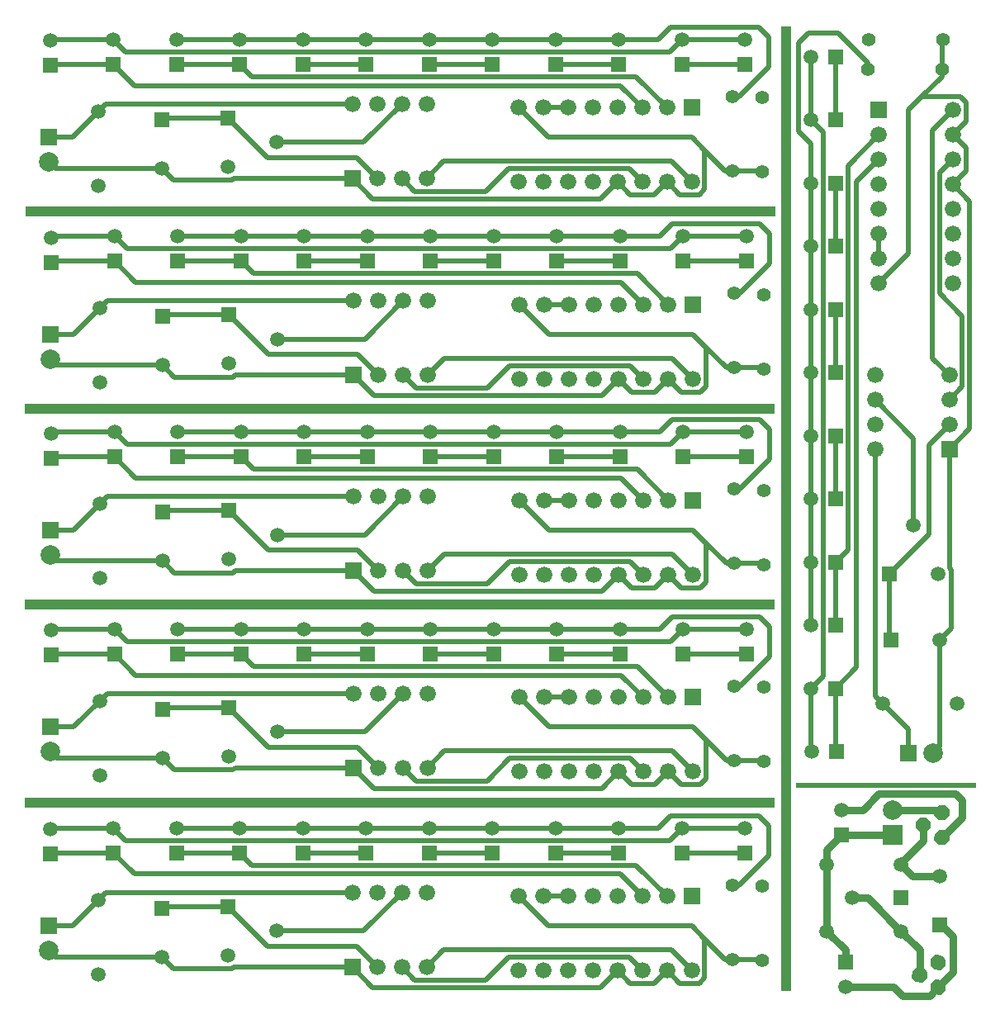
<source format=gbl>
G04 Layer_Physical_Order=2*
G04 Layer_Color=16711680*
%FSLAX25Y25*%
%MOIN*%
G70*
G01*
G75*
%ADD10C,0.03000*%
%ADD11C,0.02000*%
%ADD12R,0.72835X0.01968*%
%ADD13R,0.05905X0.05905*%
%ADD14C,0.05905*%
%ADD15R,0.05905X0.05905*%
%ADD16C,0.07874*%
%ADD17R,0.07874X0.07874*%
%ADD18R,3.03150X0.03937*%
%ADD19C,0.06600*%
%ADD20R,0.06600X0.06600*%
%ADD21R,0.07087X0.07087*%
%ADD22C,0.05512*%
%ADD23C,0.05937*%
%ADD24R,0.05937X0.05937*%
%ADD25R,0.03937X3.89764*%
%ADD26R,0.06600X0.06600*%
%ADD27R,0.07087X0.07087*%
%ADD28R,0.05937X0.05937*%
G36*
X374895Y81928D02*
X376601Y80066D01*
X376491Y77542D01*
X374629Y75836D01*
X372105Y75946D01*
X370399Y77808D01*
X370509Y80332D01*
X372371Y82038D01*
X374895Y81928D01*
D02*
G37*
G36*
X367395Y76928D02*
X369101Y75066D01*
X368991Y72542D01*
X367129Y70836D01*
X364605Y70946D01*
X362899Y72808D01*
X363009Y75332D01*
X364871Y77038D01*
X367395Y76928D01*
D02*
G37*
G36*
X374895Y71928D02*
X376601Y70066D01*
X376491Y67542D01*
X374629Y65836D01*
X372105Y65946D01*
X370399Y67808D01*
X370509Y70332D01*
X372371Y72038D01*
X374895Y71928D01*
D02*
G37*
G36*
X373395Y21428D02*
X375101Y19566D01*
X374991Y17042D01*
X373129Y15336D01*
X370605Y15446D01*
X368899Y17308D01*
X369009Y19832D01*
X370871Y21538D01*
X373395Y21428D01*
D02*
G37*
G36*
X365895Y16428D02*
X367601Y14566D01*
X367491Y12042D01*
X365629Y10336D01*
X363105Y10446D01*
X361399Y12308D01*
X361509Y14832D01*
X363371Y16538D01*
X365895Y16428D01*
D02*
G37*
G36*
X373395Y11428D02*
X375101Y9566D01*
X374991Y7042D01*
X373129Y5336D01*
X370605Y5446D01*
X368899Y7308D01*
X369009Y9832D01*
X370871Y11538D01*
X373395Y11428D01*
D02*
G37*
D10*
X378937Y86500D02*
X381500Y83937D01*
X348063Y86500D02*
X378937D01*
X341500Y79937D02*
X348063Y86500D01*
X381500Y76937D02*
Y83937D01*
X327000Y30937D02*
Y57937D01*
Y63937D01*
X333000Y69937D01*
X337158Y44437D02*
X343500D01*
X357000Y30937D01*
X334500Y8437D02*
X354000D01*
X357500Y4937D01*
X368500D01*
X372000Y8437D01*
X364500Y13437D02*
Y23437D01*
X357000Y30937D02*
X364500Y23437D01*
X372000Y8437D02*
X378000Y14437D01*
Y28937D01*
X373342Y33595D02*
X378000Y28937D01*
X372500Y33595D02*
X373342D01*
X361658Y53280D02*
X372500D01*
X357000Y57937D02*
X361658Y53280D01*
X333000Y79937D02*
X341500D01*
X373500Y68937D02*
X381500Y76937D01*
X357000Y57937D02*
Y58437D01*
X366000Y67437D01*
Y73937D01*
X333000Y69937D02*
X353500D01*
Y79937D02*
X372500D01*
X373500Y78937D01*
X327000Y30937D02*
X334500Y23437D01*
Y18437D02*
Y23437D01*
D11*
X339100Y137600D02*
Y333600D01*
X330500Y129000D02*
X339100Y137600D01*
Y333600D02*
X348000Y342500D01*
X373500Y390500D02*
X374000Y391000D01*
X373500Y379000D02*
Y390500D01*
X365300Y367800D02*
X373500Y376000D01*
Y379000D01*
X319500Y393500D02*
X331500D01*
X315500Y389500D02*
X319500Y393500D01*
X315500Y354000D02*
Y389500D01*
X331500Y393500D02*
X343500Y381500D01*
Y379000D02*
Y381500D01*
X352157Y149158D02*
X352815Y148500D01*
X378000Y352500D02*
X383300Y357800D01*
X330500Y104000D02*
X331000Y103500D01*
X330500Y104000D02*
Y129000D01*
X320500Y104000D02*
X321000Y103500D01*
X315500Y354000D02*
X320500Y349000D01*
Y333000D02*
Y349000D01*
X383300Y357800D02*
Y365500D01*
Y337800D02*
Y347200D01*
X320500Y358500D02*
X325500Y353500D01*
Y134000D02*
Y353500D01*
X320500Y129000D02*
X325500Y134000D01*
X376500Y177700D02*
Y225500D01*
Y177700D02*
X377300Y176900D01*
Y153300D02*
Y176900D01*
X372500Y148500D02*
X377300Y153300D01*
X372500Y105500D02*
Y148500D01*
X370000Y103000D02*
X372500Y105500D01*
X376500Y245500D02*
X381800Y250800D01*
Y279400D01*
X372700Y288500D02*
X381800Y279400D01*
X372700Y288500D02*
Y337200D01*
X378000Y342500D01*
X362000Y194843D02*
Y230000D01*
X346500Y245500D02*
X362000Y230000D01*
X348000Y292500D02*
X360000Y304500D01*
Y362500D01*
X365300Y367800D01*
X381000D01*
X383300Y365500D01*
X376500Y225500D02*
X384800Y233800D01*
Y325700D01*
X378000Y332500D02*
X384800Y325700D01*
X335500Y340000D02*
X348000Y352500D01*
X335500Y185000D02*
Y340000D01*
X330500Y180000D02*
X335500Y185000D01*
X360000Y103000D02*
Y112500D01*
X349500Y123000D02*
X360000Y112500D01*
X352157Y175157D02*
X368200Y191200D01*
Y227200D01*
X376500Y235500D01*
X346500Y126000D02*
Y225500D01*
Y126000D02*
X349500Y123000D01*
X378000Y352500D02*
X383300Y347200D01*
X378000Y332500D02*
X383300Y337800D01*
X369700Y354200D02*
X378000Y362500D01*
X369700Y262300D02*
Y354200D01*
Y262300D02*
X376500Y255500D01*
X320500Y358500D02*
Y384000D01*
Y104000D02*
Y129000D01*
X330500Y154500D02*
Y180000D01*
X320500Y154500D02*
Y180000D01*
Y307500D02*
Y333000D01*
Y180000D02*
Y205500D01*
Y282000D02*
Y307500D01*
Y256500D02*
Y282000D01*
Y205500D02*
Y231000D01*
Y256500D01*
X330500Y205500D02*
Y231000D01*
X348000Y302500D02*
Y312500D01*
X330500Y256500D02*
Y282000D01*
Y307500D02*
Y333000D01*
X352157Y149158D02*
Y175157D01*
X330500Y358500D02*
Y384000D01*
X48100Y134400D02*
X244100D01*
X39500Y143000D02*
X48100Y134400D01*
X244100D02*
X253000Y125500D01*
X301000Y100000D02*
X301500Y99500D01*
X289500Y100000D02*
X301000D01*
X278300Y108200D02*
X286500Y100000D01*
X289500D01*
X304000Y142000D02*
Y154000D01*
X300000Y158000D02*
X304000Y154000D01*
X264500Y158000D02*
X300000D01*
X292000Y130000D02*
X304000Y142000D01*
X289500Y130000D02*
X292000D01*
X59000Y120685D02*
X59658Y121343D01*
X263000Y95500D02*
X268300Y90200D01*
X14000Y142500D02*
X14500Y143000D01*
X39500D01*
X14000Y152500D02*
X14500Y153000D01*
X259500D02*
X264500Y158000D01*
X243500Y153000D02*
X259500D01*
X268300Y90200D02*
X276000D01*
X248300D02*
X257700D01*
X264000Y148000D02*
X269000Y153000D01*
X44500Y148000D02*
X264000D01*
X39500Y153000D02*
X44500Y148000D01*
X88200Y97000D02*
X136000D01*
X87400Y96200D02*
X88200Y97000D01*
X63800Y96200D02*
X87400D01*
X59000Y101000D02*
X63800Y96200D01*
X16000Y101000D02*
X59000D01*
X13500Y103500D02*
X16000Y101000D01*
X156000Y97000D02*
X161300Y91700D01*
X189900D01*
X199000Y100800D01*
X247700D01*
X253000Y95500D01*
X105343Y111500D02*
X140500D01*
X156000Y127000D01*
X203000Y125500D02*
X215000Y113500D01*
X273000D01*
X278300Y108200D01*
Y92500D02*
Y108200D01*
X276000Y90200D02*
X278300Y92500D01*
X136000Y97000D02*
X144300Y88700D01*
X236200D01*
X243000Y95500D01*
X250500Y138000D02*
X263000Y125500D01*
X95500Y138000D02*
X250500D01*
X90500Y143000D02*
X95500Y138000D01*
X13500Y113500D02*
X23000D01*
X33500Y124000D01*
X85657Y121343D02*
X101700Y105300D01*
X137700D01*
X146000Y97000D01*
X36500Y127000D02*
X136000D01*
X33500Y124000D02*
X36500Y127000D01*
X257700Y90200D02*
X263000Y95500D01*
X243000D02*
X248300Y90200D01*
X264700Y103800D02*
X273000Y95500D01*
X172800Y103800D02*
X264700D01*
X166000Y97000D02*
X172800Y103800D01*
X269000Y153000D02*
X294500D01*
X14500D02*
X39500D01*
X65000Y143000D02*
X90500D01*
X65000Y153000D02*
X90500D01*
X218000D02*
X243500D01*
X90500D02*
X116000D01*
X192500D02*
X218000D01*
X167000D02*
X192500D01*
X116000D02*
X141500D01*
X167000D01*
X116000Y143000D02*
X141500D01*
X213000Y125500D02*
X223000D01*
X167000Y143000D02*
X192500D01*
X218000D02*
X243500D01*
X59658Y121343D02*
X85657D01*
X269000Y143000D02*
X294500D01*
X48100Y213900D02*
X244100D01*
X39500Y222500D02*
X48100Y213900D01*
X244100D02*
X253000Y205000D01*
X301000Y179500D02*
X301500Y179000D01*
X289500Y179500D02*
X301000D01*
X278300Y187700D02*
X286500Y179500D01*
X289500D01*
X304000Y221500D02*
Y233500D01*
X300000Y237500D02*
X304000Y233500D01*
X264500Y237500D02*
X300000D01*
X292000Y209500D02*
X304000Y221500D01*
X289500Y209500D02*
X292000D01*
X59000Y200185D02*
X59658Y200843D01*
X263000Y175000D02*
X268300Y169700D01*
X14000Y222000D02*
X14500Y222500D01*
X39500D01*
X14000Y232000D02*
X14500Y232500D01*
X259500D02*
X264500Y237500D01*
X243500Y232500D02*
X259500D01*
X268300Y169700D02*
X276000D01*
X248300D02*
X257700D01*
X264000Y227500D02*
X269000Y232500D01*
X44500Y227500D02*
X264000D01*
X39500Y232500D02*
X44500Y227500D01*
X88200Y176500D02*
X136000D01*
X87400Y175700D02*
X88200Y176500D01*
X63800Y175700D02*
X87400D01*
X59000Y180500D02*
X63800Y175700D01*
X16000Y180500D02*
X59000D01*
X13500Y183000D02*
X16000Y180500D01*
X156000Y176500D02*
X161300Y171200D01*
X189900D01*
X199000Y180300D01*
X247700D01*
X253000Y175000D01*
X105343Y191000D02*
X140500D01*
X156000Y206500D01*
X203000Y205000D02*
X215000Y193000D01*
X273000D01*
X278300Y187700D01*
Y172000D02*
Y187700D01*
X276000Y169700D02*
X278300Y172000D01*
X136000Y176500D02*
X144300Y168200D01*
X236200D01*
X243000Y175000D01*
X250500Y217500D02*
X263000Y205000D01*
X95500Y217500D02*
X250500D01*
X90500Y222500D02*
X95500Y217500D01*
X13500Y193000D02*
X23000D01*
X33500Y203500D01*
X85657Y200843D02*
X101700Y184800D01*
X137700D01*
X146000Y176500D01*
X36500Y206500D02*
X136000D01*
X33500Y203500D02*
X36500Y206500D01*
X257700Y169700D02*
X263000Y175000D01*
X243000D02*
X248300Y169700D01*
X264700Y183300D02*
X273000Y175000D01*
X172800Y183300D02*
X264700D01*
X166000Y176500D02*
X172800Y183300D01*
X269000Y232500D02*
X294500D01*
X14500D02*
X39500D01*
X65000Y222500D02*
X90500D01*
X65000Y232500D02*
X90500D01*
X218000D02*
X243500D01*
X90500D02*
X116000D01*
X192500D02*
X218000D01*
X167000D02*
X192500D01*
X116000D02*
X141500D01*
X167000D01*
X116000Y222500D02*
X141500D01*
X213000Y205000D02*
X223000D01*
X167000Y222500D02*
X192500D01*
X218000D02*
X243500D01*
X59658Y200843D02*
X85657D01*
X269000Y222500D02*
X294500D01*
X48100Y292900D02*
X244100D01*
X39500Y301500D02*
X48100Y292900D01*
X244100D02*
X253000Y284000D01*
X301000Y258500D02*
X301500Y258000D01*
X289500Y258500D02*
X301000D01*
X278300Y266700D02*
X286500Y258500D01*
X289500D01*
X304000Y300500D02*
Y312500D01*
X300000Y316500D02*
X304000Y312500D01*
X264500Y316500D02*
X300000D01*
X292000Y288500D02*
X304000Y300500D01*
X289500Y288500D02*
X292000D01*
X59000Y279185D02*
X59658Y279843D01*
X263000Y254000D02*
X268300Y248700D01*
X14000Y301000D02*
X14500Y301500D01*
X39500D01*
X14000Y311000D02*
X14500Y311500D01*
X259500D02*
X264500Y316500D01*
X243500Y311500D02*
X259500D01*
X268300Y248700D02*
X276000D01*
X248300D02*
X257700D01*
X264000Y306500D02*
X269000Y311500D01*
X44500Y306500D02*
X264000D01*
X39500Y311500D02*
X44500Y306500D01*
X88200Y255500D02*
X136000D01*
X87400Y254700D02*
X88200Y255500D01*
X63800Y254700D02*
X87400D01*
X59000Y259500D02*
X63800Y254700D01*
X16000Y259500D02*
X59000D01*
X13500Y262000D02*
X16000Y259500D01*
X156000Y255500D02*
X161300Y250200D01*
X189900D01*
X199000Y259300D01*
X247700D01*
X253000Y254000D01*
X105343Y270000D02*
X140500D01*
X156000Y285500D01*
X203000Y284000D02*
X215000Y272000D01*
X273000D01*
X278300Y266700D01*
Y251000D02*
Y266700D01*
X276000Y248700D02*
X278300Y251000D01*
X136000Y255500D02*
X144300Y247200D01*
X236200D01*
X243000Y254000D01*
X250500Y296500D02*
X263000Y284000D01*
X95500Y296500D02*
X250500D01*
X90500Y301500D02*
X95500Y296500D01*
X13500Y272000D02*
X23000D01*
X33500Y282500D01*
X85657Y279843D02*
X101700Y263800D01*
X137700D01*
X146000Y255500D01*
X36500Y285500D02*
X136000D01*
X33500Y282500D02*
X36500Y285500D01*
X257700Y248700D02*
X263000Y254000D01*
X243000D02*
X248300Y248700D01*
X264700Y262300D02*
X273000Y254000D01*
X172800Y262300D02*
X264700D01*
X166000Y255500D02*
X172800Y262300D01*
X269000Y311500D02*
X294500D01*
X14500D02*
X39500D01*
X65000Y301500D02*
X90500D01*
X65000Y311500D02*
X90500D01*
X218000D02*
X243500D01*
X90500D02*
X116000D01*
X192500D02*
X218000D01*
X167000D02*
X192500D01*
X116000D02*
X141500D01*
X167000D01*
X116000Y301500D02*
X141500D01*
X213000Y284000D02*
X223000D01*
X167000Y301500D02*
X192500D01*
X218000D02*
X243500D01*
X59658Y279843D02*
X85657D01*
X269000Y301500D02*
X294500D01*
X47600Y372400D02*
X243600D01*
X39000Y381000D02*
X47600Y372400D01*
X243600D02*
X252500Y363500D01*
X300500Y338000D02*
X301000Y337500D01*
X289000Y338000D02*
X300500D01*
X277800Y346200D02*
X286000Y338000D01*
X289000D01*
X303500Y380000D02*
Y392000D01*
X299500Y396000D02*
X303500Y392000D01*
X264000Y396000D02*
X299500D01*
X291500Y368000D02*
X303500Y380000D01*
X289000Y368000D02*
X291500D01*
X58500Y358685D02*
X59158Y359343D01*
X262500Y333500D02*
X267800Y328200D01*
X13500Y380500D02*
X14000Y381000D01*
X39000D01*
X13500Y390500D02*
X14000Y391000D01*
X259000D02*
X264000Y396000D01*
X243000Y391000D02*
X259000D01*
X267800Y328200D02*
X275500D01*
X247800D02*
X257200D01*
X263500Y386000D02*
X268500Y391000D01*
X44000Y386000D02*
X263500D01*
X39000Y391000D02*
X44000Y386000D01*
X87700Y335000D02*
X135500D01*
X86900Y334200D02*
X87700Y335000D01*
X63300Y334200D02*
X86900D01*
X58500Y339000D02*
X63300Y334200D01*
X15500Y339000D02*
X58500D01*
X13000Y341500D02*
X15500Y339000D01*
X155500Y335000D02*
X160800Y329700D01*
X189400D01*
X198500Y338800D01*
X247200D01*
X252500Y333500D01*
X104843Y349500D02*
X140000D01*
X155500Y365000D01*
X202500Y363500D02*
X214500Y351500D01*
X272500D01*
X277800Y346200D01*
Y330500D02*
Y346200D01*
X275500Y328200D02*
X277800Y330500D01*
X135500Y335000D02*
X143800Y326700D01*
X235700D01*
X242500Y333500D01*
X250000Y376000D02*
X262500Y363500D01*
X95000Y376000D02*
X250000D01*
X90000Y381000D02*
X95000Y376000D01*
X13000Y351500D02*
X22500D01*
X33000Y362000D01*
X85157Y359343D02*
X101200Y343300D01*
X137200D01*
X145500Y335000D01*
X36000Y365000D02*
X135500D01*
X33000Y362000D02*
X36000Y365000D01*
X257200Y328200D02*
X262500Y333500D01*
X242500D02*
X247800Y328200D01*
X264200Y341800D02*
X272500Y333500D01*
X172300Y341800D02*
X264200D01*
X165500Y335000D02*
X172300Y341800D01*
X268500Y391000D02*
X294000D01*
X14000D02*
X39000D01*
X64500Y381000D02*
X90000D01*
X64500Y391000D02*
X90000D01*
X217500D02*
X243000D01*
X90000D02*
X115500D01*
X192000D02*
X217500D01*
X166500D02*
X192000D01*
X115500D02*
X141000D01*
X166500D01*
X115500Y381000D02*
X141000D01*
X212500Y363500D02*
X222500D01*
X166500Y381000D02*
X192000D01*
X217500D02*
X243000D01*
X59158Y359343D02*
X85157D01*
X268500Y381000D02*
X294000D01*
X268500Y62728D02*
X294000D01*
X59158Y41071D02*
X85157D01*
X217500Y62728D02*
X243000D01*
X166500D02*
X192000D01*
X212500Y45228D02*
X222500D01*
X115500Y62728D02*
X141000D01*
Y72728D02*
X166500D01*
X115500D02*
X141000D01*
X166500D02*
X192000D01*
X217500D01*
X90000D02*
X115500D01*
X217500D02*
X243000D01*
X64500D02*
X90000D01*
X64500Y62728D02*
X90000D01*
X14000Y72728D02*
X39000D01*
X268500D02*
X294000D01*
X165500Y16728D02*
X172300Y23528D01*
X264200D01*
X272500Y15228D01*
X242500D02*
X247800Y9928D01*
X257200D02*
X262500Y15228D01*
X33000Y43728D02*
X36000Y46728D01*
X135500D01*
X137200Y25028D02*
X145500Y16728D01*
X101200Y25028D02*
X137200D01*
X85157Y41071D02*
X101200Y25028D01*
X22500Y33228D02*
X33000Y43728D01*
X13000Y33228D02*
X22500D01*
X90000Y62728D02*
X95000Y57728D01*
X250000D01*
X262500Y45228D01*
X235700Y8428D02*
X242500Y15228D01*
X143800Y8428D02*
X235700D01*
X135500Y16728D02*
X143800Y8428D01*
X275500Y9928D02*
X277800Y12228D01*
Y27928D01*
X272500Y33228D02*
X277800Y27928D01*
X214500Y33228D02*
X272500D01*
X202500Y45228D02*
X214500Y33228D01*
X140000Y31228D02*
X155500Y46728D01*
X104843Y31228D02*
X140000D01*
X247200Y20528D02*
X252500Y15228D01*
X198500Y20528D02*
X247200D01*
X189400Y11428D02*
X198500Y20528D01*
X160800Y11428D02*
X189400D01*
X155500Y16728D02*
X160800Y11428D01*
X13000Y23228D02*
X15500Y20728D01*
X58500D01*
X63300Y15928D01*
X86900D01*
X87700Y16728D01*
X135500D01*
X39000Y72728D02*
X44000Y67728D01*
X263500D01*
X268500Y72728D01*
X247800Y9928D02*
X257200D01*
X267800D02*
X275500D01*
X243000Y72728D02*
X259000D01*
X264000Y77728D01*
X13500Y72228D02*
X14000Y72728D01*
Y62728D02*
X39000D01*
X13500Y62228D02*
X14000Y62728D01*
X262500Y15228D02*
X267800Y9928D01*
X58500Y40413D02*
X59158Y41071D01*
X289000Y49728D02*
X291500D01*
X303500Y61728D01*
X264000Y77728D02*
X299500D01*
X303500Y73728D01*
Y61728D02*
Y73728D01*
X286000Y19728D02*
X289000D01*
X277800Y27928D02*
X286000Y19728D01*
X289000D02*
X300500D01*
X301000Y19228D01*
X243600Y54128D02*
X252500Y45228D01*
X39000Y62728D02*
X47600Y54128D01*
X243600D01*
D12*
X351000Y90000D02*
D03*
D13*
X372500Y33595D02*
D03*
X334500Y18437D02*
D03*
X333000Y69937D02*
D03*
X294500Y143000D02*
D03*
X269000D02*
D03*
X59000Y120685D02*
D03*
X243500Y143000D02*
D03*
X218000D02*
D03*
X192500D02*
D03*
X167000D02*
D03*
X141500D02*
D03*
X116000D02*
D03*
X90500D02*
D03*
X65000D02*
D03*
X39500D02*
D03*
X14000Y142500D02*
D03*
X294500Y222500D02*
D03*
X269000D02*
D03*
X59000Y200185D02*
D03*
X243500Y222500D02*
D03*
X218000D02*
D03*
X192500D02*
D03*
X167000D02*
D03*
X141500D02*
D03*
X116000D02*
D03*
X90500D02*
D03*
X65000D02*
D03*
X39500D02*
D03*
X14000Y222000D02*
D03*
X294500Y301500D02*
D03*
X269000D02*
D03*
X59000Y279185D02*
D03*
X243500Y301500D02*
D03*
X218000D02*
D03*
X192500D02*
D03*
X167000D02*
D03*
X141500D02*
D03*
X116000D02*
D03*
X90500D02*
D03*
X65000D02*
D03*
X39500D02*
D03*
X14000Y301000D02*
D03*
X294000Y381000D02*
D03*
X268500D02*
D03*
X58500Y358685D02*
D03*
X243000Y381000D02*
D03*
X217500D02*
D03*
X192000D02*
D03*
X166500D02*
D03*
X141000D02*
D03*
X115500D02*
D03*
X90000D02*
D03*
X64500D02*
D03*
X39000D02*
D03*
X13500Y380500D02*
D03*
X294000Y62728D02*
D03*
X268500D02*
D03*
X243000D02*
D03*
X217500D02*
D03*
X192000D02*
D03*
X166500D02*
D03*
X141000D02*
D03*
X115500D02*
D03*
X90000D02*
D03*
X64500D02*
D03*
X39000D02*
D03*
X13500Y62228D02*
D03*
X58500Y40413D02*
D03*
D14*
X372500Y53280D02*
D03*
X337158Y44437D02*
D03*
X334500Y8437D02*
D03*
X333000Y79937D02*
D03*
X372000Y8437D02*
D03*
X364500Y13437D02*
D03*
X372000Y18437D02*
D03*
X373500Y68937D02*
D03*
X366000Y73937D02*
D03*
X373500Y78937D02*
D03*
X357000Y30937D02*
D03*
X327000D02*
D03*
X357000Y57937D02*
D03*
X327000D02*
D03*
X320500Y384000D02*
D03*
Y358500D02*
D03*
X372500Y148500D02*
D03*
X320500Y333000D02*
D03*
X379500Y123000D02*
D03*
X349500D02*
D03*
X320500Y307500D02*
D03*
Y282000D02*
D03*
Y256500D02*
D03*
Y231000D02*
D03*
Y205500D02*
D03*
Y180000D02*
D03*
Y154500D02*
D03*
Y129000D02*
D03*
X321000Y103500D02*
D03*
X294500Y153000D02*
D03*
X269000D02*
D03*
X59000Y101000D02*
D03*
X243500Y153000D02*
D03*
X33500Y94000D02*
D03*
Y124000D02*
D03*
X218000Y153000D02*
D03*
X192500D02*
D03*
X167000D02*
D03*
X141500D02*
D03*
X116000D02*
D03*
X90500D02*
D03*
X65000D02*
D03*
X39500D02*
D03*
X14000Y152500D02*
D03*
X294500Y232500D02*
D03*
X269000D02*
D03*
X59000Y180500D02*
D03*
X243500Y232500D02*
D03*
X33500Y173500D02*
D03*
Y203500D02*
D03*
X218000Y232500D02*
D03*
X192500D02*
D03*
X167000D02*
D03*
X141500D02*
D03*
X116000D02*
D03*
X90500D02*
D03*
X65000D02*
D03*
X39500D02*
D03*
X14000Y232000D02*
D03*
X294500Y311500D02*
D03*
X269000D02*
D03*
X59000Y259500D02*
D03*
X243500Y311500D02*
D03*
X33500Y252500D02*
D03*
Y282500D02*
D03*
X218000Y311500D02*
D03*
X192500D02*
D03*
X167000D02*
D03*
X141500D02*
D03*
X116000D02*
D03*
X90500D02*
D03*
X65000D02*
D03*
X39500D02*
D03*
X14000Y311000D02*
D03*
X294000Y391000D02*
D03*
X268500D02*
D03*
X58500Y339000D02*
D03*
X243000Y391000D02*
D03*
X33000Y332000D02*
D03*
Y362000D02*
D03*
X217500Y391000D02*
D03*
X192000D02*
D03*
X166500D02*
D03*
X141000D02*
D03*
X115500D02*
D03*
X90000D02*
D03*
X64500D02*
D03*
X39000D02*
D03*
X13500Y390500D02*
D03*
X294000Y72728D02*
D03*
X268500D02*
D03*
X243000D02*
D03*
X217500D02*
D03*
X192000D02*
D03*
X166500D02*
D03*
X141000D02*
D03*
X115500D02*
D03*
X90000D02*
D03*
X64500D02*
D03*
X39000D02*
D03*
X13500Y72228D02*
D03*
X33000Y13728D02*
D03*
Y43728D02*
D03*
X58500Y20728D02*
D03*
D15*
X356842Y44437D02*
D03*
X330500Y384000D02*
D03*
Y358500D02*
D03*
X352815Y148500D02*
D03*
X330500Y333000D02*
D03*
Y307500D02*
D03*
Y282000D02*
D03*
Y256500D02*
D03*
Y231000D02*
D03*
Y205500D02*
D03*
Y180000D02*
D03*
Y154500D02*
D03*
Y129000D02*
D03*
X331000Y103500D02*
D03*
D16*
X353500Y79937D02*
D03*
X370000Y103000D02*
D03*
X13500Y103500D02*
D03*
Y183000D02*
D03*
Y262000D02*
D03*
X13000Y341500D02*
D03*
Y23228D02*
D03*
D17*
X353500Y69937D02*
D03*
D18*
X154500Y83000D02*
D03*
Y163000D02*
D03*
Y242000D02*
D03*
X155000Y321500D02*
D03*
D19*
X346500Y225500D02*
D03*
Y235500D02*
D03*
Y245500D02*
D03*
Y255500D02*
D03*
X376500D02*
D03*
Y245500D02*
D03*
Y235500D02*
D03*
X378000Y362500D02*
D03*
Y352500D02*
D03*
Y342500D02*
D03*
Y332500D02*
D03*
Y322500D02*
D03*
Y312500D02*
D03*
Y302500D02*
D03*
Y292500D02*
D03*
X348000D02*
D03*
Y302500D02*
D03*
Y312500D02*
D03*
Y322500D02*
D03*
Y332500D02*
D03*
Y342500D02*
D03*
Y352500D02*
D03*
X136000Y127000D02*
D03*
X146000D02*
D03*
X156000D02*
D03*
X166000D02*
D03*
Y97000D02*
D03*
X156000D02*
D03*
X146000D02*
D03*
X273000Y95500D02*
D03*
X263000D02*
D03*
X253000D02*
D03*
X243000D02*
D03*
X233000D02*
D03*
X223000D02*
D03*
X213000D02*
D03*
X203000D02*
D03*
Y125500D02*
D03*
X213000D02*
D03*
X223000D02*
D03*
X233000D02*
D03*
X243000D02*
D03*
X253000D02*
D03*
X263000D02*
D03*
X136000Y206500D02*
D03*
X146000D02*
D03*
X156000D02*
D03*
X166000D02*
D03*
Y176500D02*
D03*
X156000D02*
D03*
X146000D02*
D03*
X273000Y175000D02*
D03*
X263000D02*
D03*
X253000D02*
D03*
X243000D02*
D03*
X233000D02*
D03*
X223000D02*
D03*
X213000D02*
D03*
X203000D02*
D03*
Y205000D02*
D03*
X213000D02*
D03*
X223000D02*
D03*
X233000D02*
D03*
X243000D02*
D03*
X253000D02*
D03*
X263000D02*
D03*
X136000Y285500D02*
D03*
X146000D02*
D03*
X156000D02*
D03*
X166000D02*
D03*
Y255500D02*
D03*
X156000D02*
D03*
X146000D02*
D03*
X273000Y254000D02*
D03*
X263000D02*
D03*
X253000D02*
D03*
X243000D02*
D03*
X233000D02*
D03*
X223000D02*
D03*
X213000D02*
D03*
X203000D02*
D03*
Y284000D02*
D03*
X213000D02*
D03*
X223000D02*
D03*
X233000D02*
D03*
X243000D02*
D03*
X253000D02*
D03*
X263000D02*
D03*
X135500Y365000D02*
D03*
X145500D02*
D03*
X155500D02*
D03*
X165500D02*
D03*
Y335000D02*
D03*
X155500D02*
D03*
X145500D02*
D03*
X272500Y333500D02*
D03*
X262500D02*
D03*
X252500D02*
D03*
X242500D02*
D03*
X232500D02*
D03*
X222500D02*
D03*
X212500D02*
D03*
X202500D02*
D03*
Y363500D02*
D03*
X212500D02*
D03*
X222500D02*
D03*
X232500D02*
D03*
X242500D02*
D03*
X252500D02*
D03*
X262500D02*
D03*
X272500Y15228D02*
D03*
X262500D02*
D03*
X252500D02*
D03*
X242500D02*
D03*
X232500D02*
D03*
X222500D02*
D03*
X212500D02*
D03*
X202500D02*
D03*
Y45228D02*
D03*
X212500D02*
D03*
X222500D02*
D03*
X232500D02*
D03*
X242500D02*
D03*
X252500D02*
D03*
X262500D02*
D03*
X135500Y46728D02*
D03*
X145500D02*
D03*
X155500D02*
D03*
X165500D02*
D03*
Y16728D02*
D03*
X155500D02*
D03*
X145500D02*
D03*
D20*
X376500Y225500D02*
D03*
X348000Y362500D02*
D03*
D21*
X360000Y103000D02*
D03*
D22*
X373500Y379000D02*
D03*
X343500D02*
D03*
X374000Y391000D02*
D03*
X344000D02*
D03*
X289500Y100000D02*
D03*
Y130000D02*
D03*
X301500Y99500D02*
D03*
Y129500D02*
D03*
X289500Y179500D02*
D03*
Y209500D02*
D03*
X301500Y179000D02*
D03*
Y209000D02*
D03*
X289500Y258500D02*
D03*
Y288500D02*
D03*
X301500Y258000D02*
D03*
Y288000D02*
D03*
X289000Y338000D02*
D03*
Y368000D02*
D03*
X301000Y337500D02*
D03*
Y367500D02*
D03*
X289000Y19728D02*
D03*
Y49728D02*
D03*
X301000Y19228D02*
D03*
Y49228D02*
D03*
D23*
X371843Y175157D02*
D03*
X362000Y194843D02*
D03*
X85657Y101657D02*
D03*
X105343Y111500D02*
D03*
X85657Y181157D02*
D03*
X105343Y191000D02*
D03*
X85657Y260157D02*
D03*
X105343Y270000D02*
D03*
X85157Y339657D02*
D03*
X104843Y349500D02*
D03*
X85157Y21386D02*
D03*
X104843Y31228D02*
D03*
D24*
X352157Y175157D02*
D03*
D25*
X310500Y201500D02*
D03*
D26*
X136000Y97000D02*
D03*
X273000Y125500D02*
D03*
X136000Y176500D02*
D03*
X273000Y205000D02*
D03*
X136000Y255500D02*
D03*
X273000Y284000D02*
D03*
X135500Y335000D02*
D03*
X272500Y363500D02*
D03*
Y45228D02*
D03*
X135500Y16728D02*
D03*
D27*
X13500Y113500D02*
D03*
Y193000D02*
D03*
Y272000D02*
D03*
X13000Y351500D02*
D03*
Y33228D02*
D03*
D28*
X85657Y121343D02*
D03*
Y200843D02*
D03*
Y279843D02*
D03*
X85157Y359343D02*
D03*
Y41071D02*
D03*
M02*

</source>
